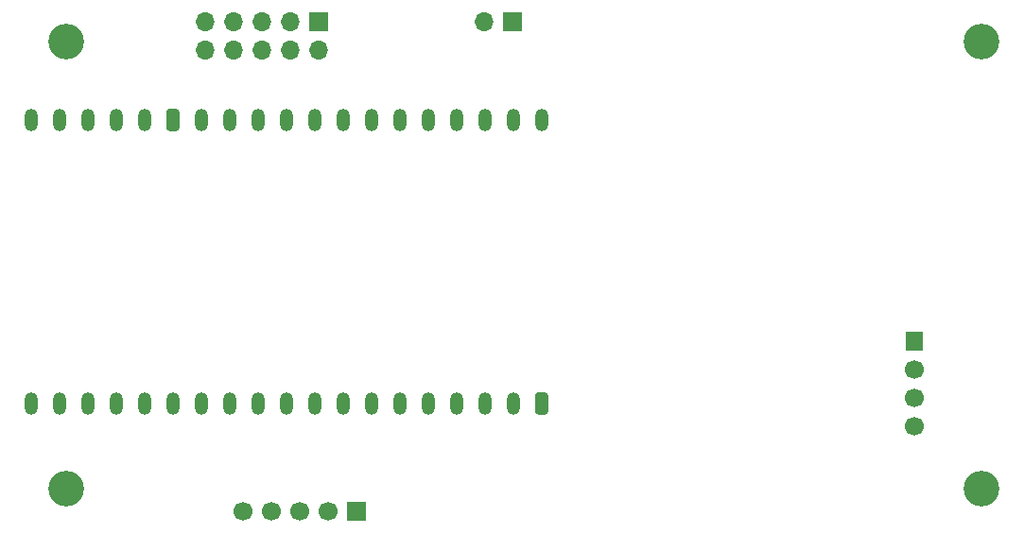
<source format=gbs>
G04 #@! TF.GenerationSoftware,KiCad,Pcbnew,5.1.10*
G04 #@! TF.CreationDate,2021-12-30T11:48:04+01:00*
G04 #@! TF.ProjectId,meshtastic_jtag,6d657368-7461-4737-9469-635f6a746167,1.1*
G04 #@! TF.SameCoordinates,Original*
G04 #@! TF.FileFunction,Soldermask,Bot*
G04 #@! TF.FilePolarity,Negative*
%FSLAX46Y46*%
G04 Gerber Fmt 4.6, Leading zero omitted, Abs format (unit mm)*
G04 Created by KiCad (PCBNEW 5.1.10) date 2021-12-30 11:48:04*
%MOMM*%
%LPD*%
G01*
G04 APERTURE LIST*
%ADD10C,1.700000*%
%ADD11R,1.524000X1.700000*%
%ADD12R,1.700000X1.700000*%
%ADD13O,1.200000X2.000000*%
%ADD14C,3.200000*%
%ADD15O,1.700000X1.700000*%
G04 APERTURE END LIST*
D10*
X167400000Y-108710000D03*
X167400000Y-106170000D03*
X167400000Y-103630000D03*
D11*
X167400000Y-101090000D03*
D10*
X107220000Y-116400000D03*
X109760000Y-116400000D03*
X112300000Y-116400000D03*
X114840000Y-116400000D03*
D12*
X117380000Y-116400000D03*
G36*
G01*
X134597280Y-106003680D02*
X134597280Y-107403680D01*
G75*
G02*
X134297280Y-107703680I-300000J0D01*
G01*
X133697280Y-107703680D01*
G75*
G02*
X133397280Y-107403680I0J300000D01*
G01*
X133397280Y-106003680D01*
G75*
G02*
X133697280Y-105703680I300000J0D01*
G01*
X134297280Y-105703680D01*
G75*
G02*
X134597280Y-106003680I0J-300000D01*
G01*
G37*
D13*
X131457280Y-106703680D03*
X128917280Y-106703680D03*
X126377280Y-106703680D03*
X123837280Y-106703680D03*
X121297280Y-106703680D03*
X118757280Y-106703680D03*
X116217280Y-106703680D03*
X113677280Y-106703680D03*
X111137280Y-106703680D03*
X108597280Y-106703680D03*
X106057280Y-106703680D03*
X103517280Y-106703680D03*
X100977280Y-106703680D03*
X98437280Y-106703680D03*
X95897280Y-106703680D03*
X93357280Y-106703680D03*
X90820000Y-106700000D03*
X88280000Y-106700000D03*
X88277280Y-81303680D03*
X90817280Y-81303680D03*
X93357280Y-81303680D03*
X95897280Y-81303680D03*
X98437280Y-81303680D03*
G36*
G01*
X101577280Y-80603680D02*
X101577280Y-82003680D01*
G75*
G02*
X101277280Y-82303680I-300000J0D01*
G01*
X100677280Y-82303680D01*
G75*
G02*
X100377280Y-82003680I0J300000D01*
G01*
X100377280Y-80603680D01*
G75*
G02*
X100677280Y-80303680I300000J0D01*
G01*
X101277280Y-80303680D01*
G75*
G02*
X101577280Y-80603680I0J-300000D01*
G01*
G37*
X103517280Y-81303680D03*
X106057280Y-81303680D03*
X108597280Y-81303680D03*
X111137280Y-81303680D03*
X113677280Y-81303680D03*
X116217280Y-81303680D03*
X118757280Y-81303680D03*
X121297280Y-81303680D03*
X123837280Y-81303680D03*
X126377280Y-81303680D03*
X128917280Y-81303680D03*
X131457280Y-81303680D03*
X133997280Y-81303680D03*
D14*
X91400000Y-74300000D03*
X173400000Y-74300000D03*
X173400000Y-114300000D03*
X91400000Y-114300000D03*
D15*
X103840000Y-75040000D03*
X103840000Y-72500000D03*
X106380000Y-75040000D03*
X106380000Y-72500000D03*
X108920000Y-75040000D03*
X108920000Y-72500000D03*
X111460000Y-75040000D03*
X111460000Y-72500000D03*
X114000000Y-75040000D03*
D12*
X114000000Y-72500000D03*
D15*
X128860000Y-72500000D03*
D12*
X131400000Y-72500000D03*
M02*

</source>
